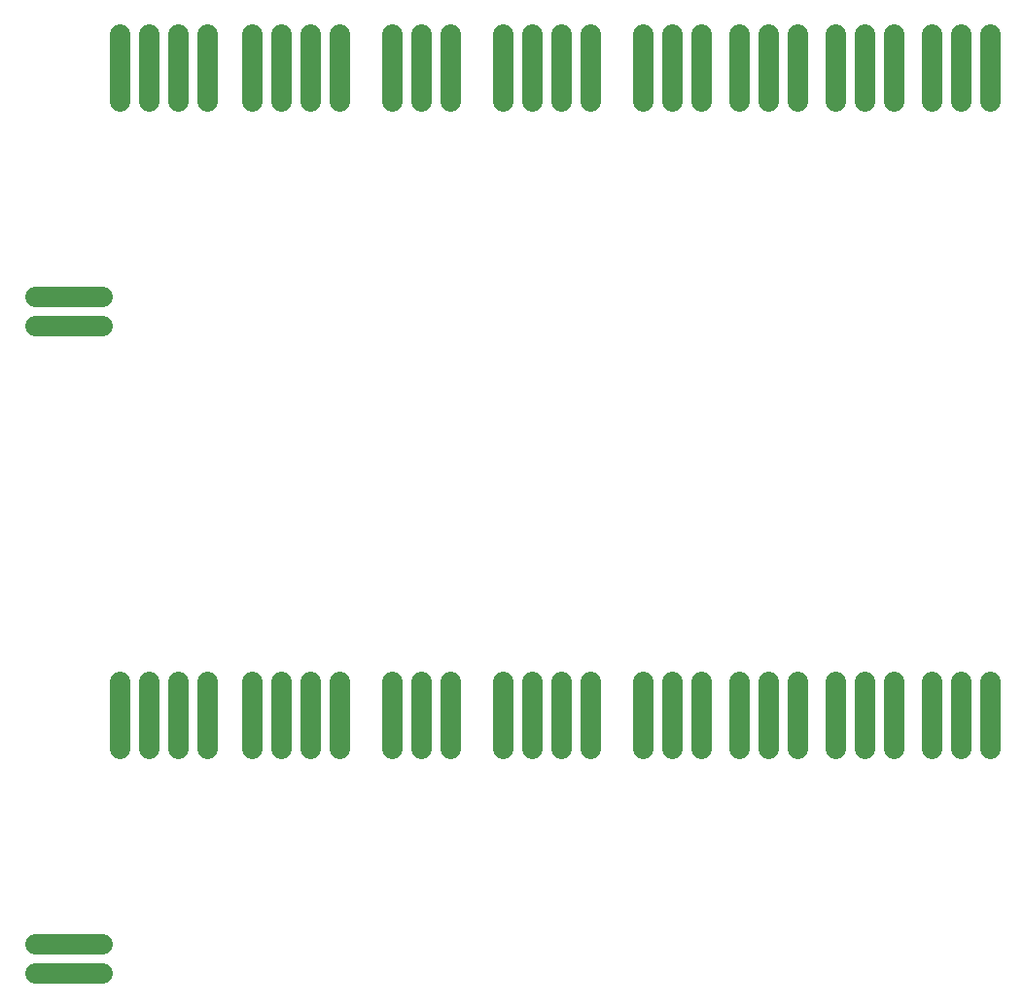
<source format=gbp>
G75*
%MOIN*%
%OFA0B0*%
%FSLAX25Y25*%
%IPPOS*%
%LPD*%
%AMOC8*
5,1,8,0,0,1.08239X$1,22.5*
%
%ADD10C,0.07000*%
D10*
X0051750Y0144000D02*
X0074750Y0144000D01*
X0074750Y0154000D02*
X0051750Y0154000D01*
X0080750Y0221000D02*
X0080750Y0244000D01*
X0090750Y0244000D02*
X0090750Y0221000D01*
X0100750Y0221000D02*
X0100750Y0244000D01*
X0110750Y0244000D02*
X0110750Y0221000D01*
X0126250Y0221000D02*
X0126250Y0244000D01*
X0136250Y0244000D02*
X0136250Y0221000D01*
X0146250Y0221000D02*
X0146250Y0244000D01*
X0156250Y0244000D02*
X0156250Y0221000D01*
X0174250Y0221000D02*
X0174250Y0244000D01*
X0184250Y0244000D02*
X0184250Y0221000D01*
X0194250Y0221000D02*
X0194250Y0244000D01*
X0212250Y0244000D02*
X0212250Y0221000D01*
X0222250Y0221000D02*
X0222250Y0244000D01*
X0232250Y0244000D02*
X0232250Y0221000D01*
X0242250Y0221000D02*
X0242250Y0244000D01*
X0260250Y0244000D02*
X0260250Y0221000D01*
X0270250Y0221000D02*
X0270250Y0244000D01*
X0280250Y0244000D02*
X0280250Y0221000D01*
X0293250Y0221000D02*
X0293250Y0244000D01*
X0303250Y0244000D02*
X0303250Y0221000D01*
X0313250Y0221000D02*
X0313250Y0244000D01*
X0326250Y0244000D02*
X0326250Y0221000D01*
X0336250Y0221000D02*
X0336250Y0244000D01*
X0346250Y0244000D02*
X0346250Y0221000D01*
X0359250Y0221000D02*
X0359250Y0244000D01*
X0369250Y0244000D02*
X0369250Y0221000D01*
X0379250Y0221000D02*
X0379250Y0244000D01*
X0379250Y0443000D02*
X0379250Y0466000D01*
X0369250Y0466000D02*
X0369250Y0443000D01*
X0359250Y0443000D02*
X0359250Y0466000D01*
X0346250Y0466000D02*
X0346250Y0443000D01*
X0336250Y0443000D02*
X0336250Y0466000D01*
X0326250Y0466000D02*
X0326250Y0443000D01*
X0313250Y0443000D02*
X0313250Y0466000D01*
X0303250Y0466000D02*
X0303250Y0443000D01*
X0293250Y0443000D02*
X0293250Y0466000D01*
X0280250Y0466000D02*
X0280250Y0443000D01*
X0270250Y0443000D02*
X0270250Y0466000D01*
X0260250Y0466000D02*
X0260250Y0443000D01*
X0242250Y0443000D02*
X0242250Y0466000D01*
X0232250Y0466000D02*
X0232250Y0443000D01*
X0222250Y0443000D02*
X0222250Y0466000D01*
X0212250Y0466000D02*
X0212250Y0443000D01*
X0194250Y0443000D02*
X0194250Y0466000D01*
X0184250Y0466000D02*
X0184250Y0443000D01*
X0174250Y0443000D02*
X0174250Y0466000D01*
X0156250Y0466000D02*
X0156250Y0443000D01*
X0146250Y0443000D02*
X0146250Y0466000D01*
X0136250Y0466000D02*
X0136250Y0443000D01*
X0126250Y0443000D02*
X0126250Y0466000D01*
X0110750Y0466000D02*
X0110750Y0443000D01*
X0100750Y0443000D02*
X0100750Y0466000D01*
X0090750Y0466000D02*
X0090750Y0443000D01*
X0080750Y0443000D02*
X0080750Y0466000D01*
X0074750Y0376000D02*
X0051750Y0376000D01*
X0051750Y0366000D02*
X0074750Y0366000D01*
M02*

</source>
